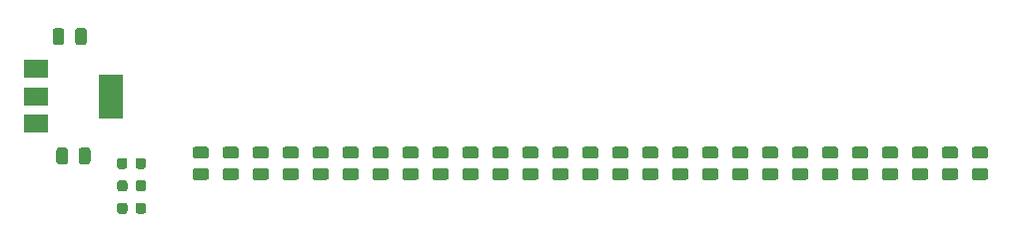
<source format=gbr>
%TF.GenerationSoftware,KiCad,Pcbnew,(5.1.7)-1*%
%TF.CreationDate,2021-02-10T19:53:02+00:00*%
%TF.ProjectId,SCSI to SCA MK5.1,53435349-2074-46f2-9053-4341204d4b35,rev?*%
%TF.SameCoordinates,Original*%
%TF.FileFunction,Paste,Top*%
%TF.FilePolarity,Positive*%
%FSLAX46Y46*%
G04 Gerber Fmt 4.6, Leading zero omitted, Abs format (unit mm)*
G04 Created by KiCad (PCBNEW (5.1.7)-1) date 2021-02-10 19:53:02*
%MOMM*%
%LPD*%
G01*
G04 APERTURE LIST*
%ADD10R,2.000000X1.500000*%
%ADD11R,2.000000X3.800000*%
G04 APERTURE END LIST*
D10*
%TO.C,U1*%
X32410000Y-124065000D03*
X32410000Y-128665000D03*
X32410000Y-126365000D03*
D11*
X38710000Y-126365000D03*
%TD*%
%TO.C,D3*%
G36*
G01*
X40837500Y-136146250D02*
X40837500Y-135633750D01*
G75*
G02*
X41056250Y-135415000I218750J0D01*
G01*
X41493750Y-135415000D01*
G75*
G02*
X41712500Y-135633750I0J-218750D01*
G01*
X41712500Y-136146250D01*
G75*
G02*
X41493750Y-136365000I-218750J0D01*
G01*
X41056250Y-136365000D01*
G75*
G02*
X40837500Y-136146250I0J218750D01*
G01*
G37*
G36*
G01*
X39262500Y-136146250D02*
X39262500Y-135633750D01*
G75*
G02*
X39481250Y-135415000I218750J0D01*
G01*
X39918750Y-135415000D01*
G75*
G02*
X40137500Y-135633750I0J-218750D01*
G01*
X40137500Y-136146250D01*
G75*
G02*
X39918750Y-136365000I-218750J0D01*
G01*
X39481250Y-136365000D01*
G75*
G02*
X39262500Y-136146250I0J218750D01*
G01*
G37*
%TD*%
%TO.C,R32*%
G36*
G01*
X45904998Y-132480000D02*
X46805002Y-132480000D01*
G75*
G02*
X47055000Y-132729998I0J-249998D01*
G01*
X47055000Y-133255002D01*
G75*
G02*
X46805002Y-133505000I-249998J0D01*
G01*
X45904998Y-133505000D01*
G75*
G02*
X45655000Y-133255002I0J249998D01*
G01*
X45655000Y-132729998D01*
G75*
G02*
X45904998Y-132480000I249998J0D01*
G01*
G37*
G36*
G01*
X45904998Y-130655000D02*
X46805002Y-130655000D01*
G75*
G02*
X47055000Y-130904998I0J-249998D01*
G01*
X47055000Y-131430002D01*
G75*
G02*
X46805002Y-131680000I-249998J0D01*
G01*
X45904998Y-131680000D01*
G75*
G02*
X45655000Y-131430002I0J249998D01*
G01*
X45655000Y-130904998D01*
G75*
G02*
X45904998Y-130655000I249998J0D01*
G01*
G37*
%TD*%
%TO.C,R31*%
G36*
G01*
X48444998Y-132480000D02*
X49345002Y-132480000D01*
G75*
G02*
X49595000Y-132729998I0J-249998D01*
G01*
X49595000Y-133255002D01*
G75*
G02*
X49345002Y-133505000I-249998J0D01*
G01*
X48444998Y-133505000D01*
G75*
G02*
X48195000Y-133255002I0J249998D01*
G01*
X48195000Y-132729998D01*
G75*
G02*
X48444998Y-132480000I249998J0D01*
G01*
G37*
G36*
G01*
X48444998Y-130655000D02*
X49345002Y-130655000D01*
G75*
G02*
X49595000Y-130904998I0J-249998D01*
G01*
X49595000Y-131430002D01*
G75*
G02*
X49345002Y-131680000I-249998J0D01*
G01*
X48444998Y-131680000D01*
G75*
G02*
X48195000Y-131430002I0J249998D01*
G01*
X48195000Y-130904998D01*
G75*
G02*
X48444998Y-130655000I249998J0D01*
G01*
G37*
%TD*%
%TO.C,R30*%
G36*
G01*
X50984998Y-132480000D02*
X51885002Y-132480000D01*
G75*
G02*
X52135000Y-132729998I0J-249998D01*
G01*
X52135000Y-133255002D01*
G75*
G02*
X51885002Y-133505000I-249998J0D01*
G01*
X50984998Y-133505000D01*
G75*
G02*
X50735000Y-133255002I0J249998D01*
G01*
X50735000Y-132729998D01*
G75*
G02*
X50984998Y-132480000I249998J0D01*
G01*
G37*
G36*
G01*
X50984998Y-130655000D02*
X51885002Y-130655000D01*
G75*
G02*
X52135000Y-130904998I0J-249998D01*
G01*
X52135000Y-131430002D01*
G75*
G02*
X51885002Y-131680000I-249998J0D01*
G01*
X50984998Y-131680000D01*
G75*
G02*
X50735000Y-131430002I0J249998D01*
G01*
X50735000Y-130904998D01*
G75*
G02*
X50984998Y-130655000I249998J0D01*
G01*
G37*
%TD*%
%TO.C,R29*%
G36*
G01*
X53524998Y-132480000D02*
X54425002Y-132480000D01*
G75*
G02*
X54675000Y-132729998I0J-249998D01*
G01*
X54675000Y-133255002D01*
G75*
G02*
X54425002Y-133505000I-249998J0D01*
G01*
X53524998Y-133505000D01*
G75*
G02*
X53275000Y-133255002I0J249998D01*
G01*
X53275000Y-132729998D01*
G75*
G02*
X53524998Y-132480000I249998J0D01*
G01*
G37*
G36*
G01*
X53524998Y-130655000D02*
X54425002Y-130655000D01*
G75*
G02*
X54675000Y-130904998I0J-249998D01*
G01*
X54675000Y-131430002D01*
G75*
G02*
X54425002Y-131680000I-249998J0D01*
G01*
X53524998Y-131680000D01*
G75*
G02*
X53275000Y-131430002I0J249998D01*
G01*
X53275000Y-130904998D01*
G75*
G02*
X53524998Y-130655000I249998J0D01*
G01*
G37*
%TD*%
%TO.C,R28*%
G36*
G01*
X56064998Y-132480000D02*
X56965002Y-132480000D01*
G75*
G02*
X57215000Y-132729998I0J-249998D01*
G01*
X57215000Y-133255002D01*
G75*
G02*
X56965002Y-133505000I-249998J0D01*
G01*
X56064998Y-133505000D01*
G75*
G02*
X55815000Y-133255002I0J249998D01*
G01*
X55815000Y-132729998D01*
G75*
G02*
X56064998Y-132480000I249998J0D01*
G01*
G37*
G36*
G01*
X56064998Y-130655000D02*
X56965002Y-130655000D01*
G75*
G02*
X57215000Y-130904998I0J-249998D01*
G01*
X57215000Y-131430002D01*
G75*
G02*
X56965002Y-131680000I-249998J0D01*
G01*
X56064998Y-131680000D01*
G75*
G02*
X55815000Y-131430002I0J249998D01*
G01*
X55815000Y-130904998D01*
G75*
G02*
X56064998Y-130655000I249998J0D01*
G01*
G37*
%TD*%
%TO.C,R27*%
G36*
G01*
X58604998Y-132480000D02*
X59505002Y-132480000D01*
G75*
G02*
X59755000Y-132729998I0J-249998D01*
G01*
X59755000Y-133255002D01*
G75*
G02*
X59505002Y-133505000I-249998J0D01*
G01*
X58604998Y-133505000D01*
G75*
G02*
X58355000Y-133255002I0J249998D01*
G01*
X58355000Y-132729998D01*
G75*
G02*
X58604998Y-132480000I249998J0D01*
G01*
G37*
G36*
G01*
X58604998Y-130655000D02*
X59505002Y-130655000D01*
G75*
G02*
X59755000Y-130904998I0J-249998D01*
G01*
X59755000Y-131430002D01*
G75*
G02*
X59505002Y-131680000I-249998J0D01*
G01*
X58604998Y-131680000D01*
G75*
G02*
X58355000Y-131430002I0J249998D01*
G01*
X58355000Y-130904998D01*
G75*
G02*
X58604998Y-130655000I249998J0D01*
G01*
G37*
%TD*%
%TO.C,R26*%
G36*
G01*
X61144998Y-132480000D02*
X62045002Y-132480000D01*
G75*
G02*
X62295000Y-132729998I0J-249998D01*
G01*
X62295000Y-133255002D01*
G75*
G02*
X62045002Y-133505000I-249998J0D01*
G01*
X61144998Y-133505000D01*
G75*
G02*
X60895000Y-133255002I0J249998D01*
G01*
X60895000Y-132729998D01*
G75*
G02*
X61144998Y-132480000I249998J0D01*
G01*
G37*
G36*
G01*
X61144998Y-130655000D02*
X62045002Y-130655000D01*
G75*
G02*
X62295000Y-130904998I0J-249998D01*
G01*
X62295000Y-131430002D01*
G75*
G02*
X62045002Y-131680000I-249998J0D01*
G01*
X61144998Y-131680000D01*
G75*
G02*
X60895000Y-131430002I0J249998D01*
G01*
X60895000Y-130904998D01*
G75*
G02*
X61144998Y-130655000I249998J0D01*
G01*
G37*
%TD*%
%TO.C,R25*%
G36*
G01*
X63684998Y-132480000D02*
X64585002Y-132480000D01*
G75*
G02*
X64835000Y-132729998I0J-249998D01*
G01*
X64835000Y-133255002D01*
G75*
G02*
X64585002Y-133505000I-249998J0D01*
G01*
X63684998Y-133505000D01*
G75*
G02*
X63435000Y-133255002I0J249998D01*
G01*
X63435000Y-132729998D01*
G75*
G02*
X63684998Y-132480000I249998J0D01*
G01*
G37*
G36*
G01*
X63684998Y-130655000D02*
X64585002Y-130655000D01*
G75*
G02*
X64835000Y-130904998I0J-249998D01*
G01*
X64835000Y-131430002D01*
G75*
G02*
X64585002Y-131680000I-249998J0D01*
G01*
X63684998Y-131680000D01*
G75*
G02*
X63435000Y-131430002I0J249998D01*
G01*
X63435000Y-130904998D01*
G75*
G02*
X63684998Y-130655000I249998J0D01*
G01*
G37*
%TD*%
%TO.C,R24*%
G36*
G01*
X68764998Y-132480000D02*
X69665002Y-132480000D01*
G75*
G02*
X69915000Y-132729998I0J-249998D01*
G01*
X69915000Y-133255002D01*
G75*
G02*
X69665002Y-133505000I-249998J0D01*
G01*
X68764998Y-133505000D01*
G75*
G02*
X68515000Y-133255002I0J249998D01*
G01*
X68515000Y-132729998D01*
G75*
G02*
X68764998Y-132480000I249998J0D01*
G01*
G37*
G36*
G01*
X68764998Y-130655000D02*
X69665002Y-130655000D01*
G75*
G02*
X69915000Y-130904998I0J-249998D01*
G01*
X69915000Y-131430002D01*
G75*
G02*
X69665002Y-131680000I-249998J0D01*
G01*
X68764998Y-131680000D01*
G75*
G02*
X68515000Y-131430002I0J249998D01*
G01*
X68515000Y-130904998D01*
G75*
G02*
X68764998Y-130655000I249998J0D01*
G01*
G37*
%TD*%
%TO.C,R23*%
G36*
G01*
X86544998Y-132480000D02*
X87445002Y-132480000D01*
G75*
G02*
X87695000Y-132729998I0J-249998D01*
G01*
X87695000Y-133255002D01*
G75*
G02*
X87445002Y-133505000I-249998J0D01*
G01*
X86544998Y-133505000D01*
G75*
G02*
X86295000Y-133255002I0J249998D01*
G01*
X86295000Y-132729998D01*
G75*
G02*
X86544998Y-132480000I249998J0D01*
G01*
G37*
G36*
G01*
X86544998Y-130655000D02*
X87445002Y-130655000D01*
G75*
G02*
X87695000Y-130904998I0J-249998D01*
G01*
X87695000Y-131430002D01*
G75*
G02*
X87445002Y-131680000I-249998J0D01*
G01*
X86544998Y-131680000D01*
G75*
G02*
X86295000Y-131430002I0J249998D01*
G01*
X86295000Y-130904998D01*
G75*
G02*
X86544998Y-130655000I249998J0D01*
G01*
G37*
%TD*%
%TO.C,R22*%
G36*
G01*
X78924998Y-132480000D02*
X79825002Y-132480000D01*
G75*
G02*
X80075000Y-132729998I0J-249998D01*
G01*
X80075000Y-133255002D01*
G75*
G02*
X79825002Y-133505000I-249998J0D01*
G01*
X78924998Y-133505000D01*
G75*
G02*
X78675000Y-133255002I0J249998D01*
G01*
X78675000Y-132729998D01*
G75*
G02*
X78924998Y-132480000I249998J0D01*
G01*
G37*
G36*
G01*
X78924998Y-130655000D02*
X79825002Y-130655000D01*
G75*
G02*
X80075000Y-130904998I0J-249998D01*
G01*
X80075000Y-131430002D01*
G75*
G02*
X79825002Y-131680000I-249998J0D01*
G01*
X78924998Y-131680000D01*
G75*
G02*
X78675000Y-131430002I0J249998D01*
G01*
X78675000Y-130904998D01*
G75*
G02*
X78924998Y-130655000I249998J0D01*
G01*
G37*
%TD*%
%TO.C,R21*%
G36*
G01*
X81464998Y-132480000D02*
X82365002Y-132480000D01*
G75*
G02*
X82615000Y-132729998I0J-249998D01*
G01*
X82615000Y-133255002D01*
G75*
G02*
X82365002Y-133505000I-249998J0D01*
G01*
X81464998Y-133505000D01*
G75*
G02*
X81215000Y-133255002I0J249998D01*
G01*
X81215000Y-132729998D01*
G75*
G02*
X81464998Y-132480000I249998J0D01*
G01*
G37*
G36*
G01*
X81464998Y-130655000D02*
X82365002Y-130655000D01*
G75*
G02*
X82615000Y-130904998I0J-249998D01*
G01*
X82615000Y-131430002D01*
G75*
G02*
X82365002Y-131680000I-249998J0D01*
G01*
X81464998Y-131680000D01*
G75*
G02*
X81215000Y-131430002I0J249998D01*
G01*
X81215000Y-130904998D01*
G75*
G02*
X81464998Y-130655000I249998J0D01*
G01*
G37*
%TD*%
%TO.C,R20*%
G36*
G01*
X84004998Y-132480000D02*
X84905002Y-132480000D01*
G75*
G02*
X85155000Y-132729998I0J-249998D01*
G01*
X85155000Y-133255002D01*
G75*
G02*
X84905002Y-133505000I-249998J0D01*
G01*
X84004998Y-133505000D01*
G75*
G02*
X83755000Y-133255002I0J249998D01*
G01*
X83755000Y-132729998D01*
G75*
G02*
X84004998Y-132480000I249998J0D01*
G01*
G37*
G36*
G01*
X84004998Y-130655000D02*
X84905002Y-130655000D01*
G75*
G02*
X85155000Y-130904998I0J-249998D01*
G01*
X85155000Y-131430002D01*
G75*
G02*
X84905002Y-131680000I-249998J0D01*
G01*
X84004998Y-131680000D01*
G75*
G02*
X83755000Y-131430002I0J249998D01*
G01*
X83755000Y-130904998D01*
G75*
G02*
X84004998Y-130655000I249998J0D01*
G01*
G37*
%TD*%
%TO.C,R19*%
G36*
G01*
X109404998Y-132480000D02*
X110305002Y-132480000D01*
G75*
G02*
X110555000Y-132729998I0J-249998D01*
G01*
X110555000Y-133255002D01*
G75*
G02*
X110305002Y-133505000I-249998J0D01*
G01*
X109404998Y-133505000D01*
G75*
G02*
X109155000Y-133255002I0J249998D01*
G01*
X109155000Y-132729998D01*
G75*
G02*
X109404998Y-132480000I249998J0D01*
G01*
G37*
G36*
G01*
X109404998Y-130655000D02*
X110305002Y-130655000D01*
G75*
G02*
X110555000Y-130904998I0J-249998D01*
G01*
X110555000Y-131430002D01*
G75*
G02*
X110305002Y-131680000I-249998J0D01*
G01*
X109404998Y-131680000D01*
G75*
G02*
X109155000Y-131430002I0J249998D01*
G01*
X109155000Y-130904998D01*
G75*
G02*
X109404998Y-130655000I249998J0D01*
G01*
G37*
%TD*%
%TO.C,R18*%
G36*
G01*
X111944998Y-132480000D02*
X112845002Y-132480000D01*
G75*
G02*
X113095000Y-132729998I0J-249998D01*
G01*
X113095000Y-133255002D01*
G75*
G02*
X112845002Y-133505000I-249998J0D01*
G01*
X111944998Y-133505000D01*
G75*
G02*
X111695000Y-133255002I0J249998D01*
G01*
X111695000Y-132729998D01*
G75*
G02*
X111944998Y-132480000I249998J0D01*
G01*
G37*
G36*
G01*
X111944998Y-130655000D02*
X112845002Y-130655000D01*
G75*
G02*
X113095000Y-130904998I0J-249998D01*
G01*
X113095000Y-131430002D01*
G75*
G02*
X112845002Y-131680000I-249998J0D01*
G01*
X111944998Y-131680000D01*
G75*
G02*
X111695000Y-131430002I0J249998D01*
G01*
X111695000Y-130904998D01*
G75*
G02*
X111944998Y-130655000I249998J0D01*
G01*
G37*
%TD*%
%TO.C,R17*%
G36*
G01*
X66224998Y-132480000D02*
X67125002Y-132480000D01*
G75*
G02*
X67375000Y-132729998I0J-249998D01*
G01*
X67375000Y-133255002D01*
G75*
G02*
X67125002Y-133505000I-249998J0D01*
G01*
X66224998Y-133505000D01*
G75*
G02*
X65975000Y-133255002I0J249998D01*
G01*
X65975000Y-132729998D01*
G75*
G02*
X66224998Y-132480000I249998J0D01*
G01*
G37*
G36*
G01*
X66224998Y-130655000D02*
X67125002Y-130655000D01*
G75*
G02*
X67375000Y-130904998I0J-249998D01*
G01*
X67375000Y-131430002D01*
G75*
G02*
X67125002Y-131680000I-249998J0D01*
G01*
X66224998Y-131680000D01*
G75*
G02*
X65975000Y-131430002I0J249998D01*
G01*
X65975000Y-130904998D01*
G75*
G02*
X66224998Y-130655000I249998J0D01*
G01*
G37*
%TD*%
%TO.C,R16*%
G36*
G01*
X71304998Y-132480000D02*
X72205002Y-132480000D01*
G75*
G02*
X72455000Y-132729998I0J-249998D01*
G01*
X72455000Y-133255002D01*
G75*
G02*
X72205002Y-133505000I-249998J0D01*
G01*
X71304998Y-133505000D01*
G75*
G02*
X71055000Y-133255002I0J249998D01*
G01*
X71055000Y-132729998D01*
G75*
G02*
X71304998Y-132480000I249998J0D01*
G01*
G37*
G36*
G01*
X71304998Y-130655000D02*
X72205002Y-130655000D01*
G75*
G02*
X72455000Y-130904998I0J-249998D01*
G01*
X72455000Y-131430002D01*
G75*
G02*
X72205002Y-131680000I-249998J0D01*
G01*
X71304998Y-131680000D01*
G75*
G02*
X71055000Y-131430002I0J249998D01*
G01*
X71055000Y-130904998D01*
G75*
G02*
X71304998Y-130655000I249998J0D01*
G01*
G37*
%TD*%
%TO.C,R15*%
G36*
G01*
X73844998Y-132480000D02*
X74745002Y-132480000D01*
G75*
G02*
X74995000Y-132729998I0J-249998D01*
G01*
X74995000Y-133255002D01*
G75*
G02*
X74745002Y-133505000I-249998J0D01*
G01*
X73844998Y-133505000D01*
G75*
G02*
X73595000Y-133255002I0J249998D01*
G01*
X73595000Y-132729998D01*
G75*
G02*
X73844998Y-132480000I249998J0D01*
G01*
G37*
G36*
G01*
X73844998Y-130655000D02*
X74745002Y-130655000D01*
G75*
G02*
X74995000Y-130904998I0J-249998D01*
G01*
X74995000Y-131430002D01*
G75*
G02*
X74745002Y-131680000I-249998J0D01*
G01*
X73844998Y-131680000D01*
G75*
G02*
X73595000Y-131430002I0J249998D01*
G01*
X73595000Y-130904998D01*
G75*
G02*
X73844998Y-130655000I249998J0D01*
G01*
G37*
%TD*%
%TO.C,R14*%
G36*
G01*
X76384998Y-132480000D02*
X77285002Y-132480000D01*
G75*
G02*
X77535000Y-132729998I0J-249998D01*
G01*
X77535000Y-133255002D01*
G75*
G02*
X77285002Y-133505000I-249998J0D01*
G01*
X76384998Y-133505000D01*
G75*
G02*
X76135000Y-133255002I0J249998D01*
G01*
X76135000Y-132729998D01*
G75*
G02*
X76384998Y-132480000I249998J0D01*
G01*
G37*
G36*
G01*
X76384998Y-130655000D02*
X77285002Y-130655000D01*
G75*
G02*
X77535000Y-130904998I0J-249998D01*
G01*
X77535000Y-131430002D01*
G75*
G02*
X77285002Y-131680000I-249998J0D01*
G01*
X76384998Y-131680000D01*
G75*
G02*
X76135000Y-131430002I0J249998D01*
G01*
X76135000Y-130904998D01*
G75*
G02*
X76384998Y-130655000I249998J0D01*
G01*
G37*
%TD*%
%TO.C,R13*%
G36*
G01*
X89084998Y-132480000D02*
X89985002Y-132480000D01*
G75*
G02*
X90235000Y-132729998I0J-249998D01*
G01*
X90235000Y-133255002D01*
G75*
G02*
X89985002Y-133505000I-249998J0D01*
G01*
X89084998Y-133505000D01*
G75*
G02*
X88835000Y-133255002I0J249998D01*
G01*
X88835000Y-132729998D01*
G75*
G02*
X89084998Y-132480000I249998J0D01*
G01*
G37*
G36*
G01*
X89084998Y-130655000D02*
X89985002Y-130655000D01*
G75*
G02*
X90235000Y-130904998I0J-249998D01*
G01*
X90235000Y-131430002D01*
G75*
G02*
X89985002Y-131680000I-249998J0D01*
G01*
X89084998Y-131680000D01*
G75*
G02*
X88835000Y-131430002I0J249998D01*
G01*
X88835000Y-130904998D01*
G75*
G02*
X89084998Y-130655000I249998J0D01*
G01*
G37*
%TD*%
%TO.C,R12*%
G36*
G01*
X91624998Y-132480000D02*
X92525002Y-132480000D01*
G75*
G02*
X92775000Y-132729998I0J-249998D01*
G01*
X92775000Y-133255002D01*
G75*
G02*
X92525002Y-133505000I-249998J0D01*
G01*
X91624998Y-133505000D01*
G75*
G02*
X91375000Y-133255002I0J249998D01*
G01*
X91375000Y-132729998D01*
G75*
G02*
X91624998Y-132480000I249998J0D01*
G01*
G37*
G36*
G01*
X91624998Y-130655000D02*
X92525002Y-130655000D01*
G75*
G02*
X92775000Y-130904998I0J-249998D01*
G01*
X92775000Y-131430002D01*
G75*
G02*
X92525002Y-131680000I-249998J0D01*
G01*
X91624998Y-131680000D01*
G75*
G02*
X91375000Y-131430002I0J249998D01*
G01*
X91375000Y-130904998D01*
G75*
G02*
X91624998Y-130655000I249998J0D01*
G01*
G37*
%TD*%
%TO.C,R11*%
G36*
G01*
X94164998Y-132480000D02*
X95065002Y-132480000D01*
G75*
G02*
X95315000Y-132729998I0J-249998D01*
G01*
X95315000Y-133255002D01*
G75*
G02*
X95065002Y-133505000I-249998J0D01*
G01*
X94164998Y-133505000D01*
G75*
G02*
X93915000Y-133255002I0J249998D01*
G01*
X93915000Y-132729998D01*
G75*
G02*
X94164998Y-132480000I249998J0D01*
G01*
G37*
G36*
G01*
X94164998Y-130655000D02*
X95065002Y-130655000D01*
G75*
G02*
X95315000Y-130904998I0J-249998D01*
G01*
X95315000Y-131430002D01*
G75*
G02*
X95065002Y-131680000I-249998J0D01*
G01*
X94164998Y-131680000D01*
G75*
G02*
X93915000Y-131430002I0J249998D01*
G01*
X93915000Y-130904998D01*
G75*
G02*
X94164998Y-130655000I249998J0D01*
G01*
G37*
%TD*%
%TO.C,R10*%
G36*
G01*
X96704998Y-132480000D02*
X97605002Y-132480000D01*
G75*
G02*
X97855000Y-132729998I0J-249998D01*
G01*
X97855000Y-133255002D01*
G75*
G02*
X97605002Y-133505000I-249998J0D01*
G01*
X96704998Y-133505000D01*
G75*
G02*
X96455000Y-133255002I0J249998D01*
G01*
X96455000Y-132729998D01*
G75*
G02*
X96704998Y-132480000I249998J0D01*
G01*
G37*
G36*
G01*
X96704998Y-130655000D02*
X97605002Y-130655000D01*
G75*
G02*
X97855000Y-130904998I0J-249998D01*
G01*
X97855000Y-131430002D01*
G75*
G02*
X97605002Y-131680000I-249998J0D01*
G01*
X96704998Y-131680000D01*
G75*
G02*
X96455000Y-131430002I0J249998D01*
G01*
X96455000Y-130904998D01*
G75*
G02*
X96704998Y-130655000I249998J0D01*
G01*
G37*
%TD*%
%TO.C,R9*%
G36*
G01*
X99244998Y-132480000D02*
X100145002Y-132480000D01*
G75*
G02*
X100395000Y-132729998I0J-249998D01*
G01*
X100395000Y-133255002D01*
G75*
G02*
X100145002Y-133505000I-249998J0D01*
G01*
X99244998Y-133505000D01*
G75*
G02*
X98995000Y-133255002I0J249998D01*
G01*
X98995000Y-132729998D01*
G75*
G02*
X99244998Y-132480000I249998J0D01*
G01*
G37*
G36*
G01*
X99244998Y-130655000D02*
X100145002Y-130655000D01*
G75*
G02*
X100395000Y-130904998I0J-249998D01*
G01*
X100395000Y-131430002D01*
G75*
G02*
X100145002Y-131680000I-249998J0D01*
G01*
X99244998Y-131680000D01*
G75*
G02*
X98995000Y-131430002I0J249998D01*
G01*
X98995000Y-130904998D01*
G75*
G02*
X99244998Y-130655000I249998J0D01*
G01*
G37*
%TD*%
%TO.C,R8*%
G36*
G01*
X101784998Y-132480000D02*
X102685002Y-132480000D01*
G75*
G02*
X102935000Y-132729998I0J-249998D01*
G01*
X102935000Y-133255002D01*
G75*
G02*
X102685002Y-133505000I-249998J0D01*
G01*
X101784998Y-133505000D01*
G75*
G02*
X101535000Y-133255002I0J249998D01*
G01*
X101535000Y-132729998D01*
G75*
G02*
X101784998Y-132480000I249998J0D01*
G01*
G37*
G36*
G01*
X101784998Y-130655000D02*
X102685002Y-130655000D01*
G75*
G02*
X102935000Y-130904998I0J-249998D01*
G01*
X102935000Y-131430002D01*
G75*
G02*
X102685002Y-131680000I-249998J0D01*
G01*
X101784998Y-131680000D01*
G75*
G02*
X101535000Y-131430002I0J249998D01*
G01*
X101535000Y-130904998D01*
G75*
G02*
X101784998Y-130655000I249998J0D01*
G01*
G37*
%TD*%
%TO.C,R7*%
G36*
G01*
X104324998Y-132480000D02*
X105225002Y-132480000D01*
G75*
G02*
X105475000Y-132729998I0J-249998D01*
G01*
X105475000Y-133255002D01*
G75*
G02*
X105225002Y-133505000I-249998J0D01*
G01*
X104324998Y-133505000D01*
G75*
G02*
X104075000Y-133255002I0J249998D01*
G01*
X104075000Y-132729998D01*
G75*
G02*
X104324998Y-132480000I249998J0D01*
G01*
G37*
G36*
G01*
X104324998Y-130655000D02*
X105225002Y-130655000D01*
G75*
G02*
X105475000Y-130904998I0J-249998D01*
G01*
X105475000Y-131430002D01*
G75*
G02*
X105225002Y-131680000I-249998J0D01*
G01*
X104324998Y-131680000D01*
G75*
G02*
X104075000Y-131430002I0J249998D01*
G01*
X104075000Y-130904998D01*
G75*
G02*
X104324998Y-130655000I249998J0D01*
G01*
G37*
%TD*%
%TO.C,R6*%
G36*
G01*
X106864998Y-132480000D02*
X107765002Y-132480000D01*
G75*
G02*
X108015000Y-132729998I0J-249998D01*
G01*
X108015000Y-133255002D01*
G75*
G02*
X107765002Y-133505000I-249998J0D01*
G01*
X106864998Y-133505000D01*
G75*
G02*
X106615000Y-133255002I0J249998D01*
G01*
X106615000Y-132729998D01*
G75*
G02*
X106864998Y-132480000I249998J0D01*
G01*
G37*
G36*
G01*
X106864998Y-130655000D02*
X107765002Y-130655000D01*
G75*
G02*
X108015000Y-130904998I0J-249998D01*
G01*
X108015000Y-131430002D01*
G75*
G02*
X107765002Y-131680000I-249998J0D01*
G01*
X106864998Y-131680000D01*
G75*
G02*
X106615000Y-131430002I0J249998D01*
G01*
X106615000Y-130904998D01*
G75*
G02*
X106864998Y-130655000I249998J0D01*
G01*
G37*
%TD*%
%TO.C,D2*%
G36*
G01*
X40837500Y-134241250D02*
X40837500Y-133728750D01*
G75*
G02*
X41056250Y-133510000I218750J0D01*
G01*
X41493750Y-133510000D01*
G75*
G02*
X41712500Y-133728750I0J-218750D01*
G01*
X41712500Y-134241250D01*
G75*
G02*
X41493750Y-134460000I-218750J0D01*
G01*
X41056250Y-134460000D01*
G75*
G02*
X40837500Y-134241250I0J218750D01*
G01*
G37*
G36*
G01*
X39262500Y-134241250D02*
X39262500Y-133728750D01*
G75*
G02*
X39481250Y-133510000I218750J0D01*
G01*
X39918750Y-133510000D01*
G75*
G02*
X40137500Y-133728750I0J-218750D01*
G01*
X40137500Y-134241250D01*
G75*
G02*
X39918750Y-134460000I-218750J0D01*
G01*
X39481250Y-134460000D01*
G75*
G02*
X39262500Y-134241250I0J218750D01*
G01*
G37*
%TD*%
%TO.C,D1*%
G36*
G01*
X40125000Y-131823750D02*
X40125000Y-132336250D01*
G75*
G02*
X39906250Y-132555000I-218750J0D01*
G01*
X39468750Y-132555000D01*
G75*
G02*
X39250000Y-132336250I0J218750D01*
G01*
X39250000Y-131823750D01*
G75*
G02*
X39468750Y-131605000I218750J0D01*
G01*
X39906250Y-131605000D01*
G75*
G02*
X40125000Y-131823750I0J-218750D01*
G01*
G37*
G36*
G01*
X41700000Y-131823750D02*
X41700000Y-132336250D01*
G75*
G02*
X41481250Y-132555000I-218750J0D01*
G01*
X41043750Y-132555000D01*
G75*
G02*
X40825000Y-132336250I0J218750D01*
G01*
X40825000Y-131823750D01*
G75*
G02*
X41043750Y-131605000I218750J0D01*
G01*
X41481250Y-131605000D01*
G75*
G02*
X41700000Y-131823750I0J-218750D01*
G01*
G37*
%TD*%
%TO.C,C2*%
G36*
G01*
X34795000Y-120810000D02*
X34795000Y-121760000D01*
G75*
G02*
X34545000Y-122010000I-250000J0D01*
G01*
X34045000Y-122010000D01*
G75*
G02*
X33795000Y-121760000I0J250000D01*
G01*
X33795000Y-120810000D01*
G75*
G02*
X34045000Y-120560000I250000J0D01*
G01*
X34545000Y-120560000D01*
G75*
G02*
X34795000Y-120810000I0J-250000D01*
G01*
G37*
G36*
G01*
X36695000Y-120810000D02*
X36695000Y-121760000D01*
G75*
G02*
X36445000Y-122010000I-250000J0D01*
G01*
X35945000Y-122010000D01*
G75*
G02*
X35695000Y-121760000I0J250000D01*
G01*
X35695000Y-120810000D01*
G75*
G02*
X35945000Y-120560000I250000J0D01*
G01*
X36445000Y-120560000D01*
G75*
G02*
X36695000Y-120810000I0J-250000D01*
G01*
G37*
%TD*%
%TO.C,C1*%
G36*
G01*
X36010000Y-131920000D02*
X36010000Y-130970000D01*
G75*
G02*
X36260000Y-130720000I250000J0D01*
G01*
X36760000Y-130720000D01*
G75*
G02*
X37010000Y-130970000I0J-250000D01*
G01*
X37010000Y-131920000D01*
G75*
G02*
X36760000Y-132170000I-250000J0D01*
G01*
X36260000Y-132170000D01*
G75*
G02*
X36010000Y-131920000I0J250000D01*
G01*
G37*
G36*
G01*
X34110000Y-131920000D02*
X34110000Y-130970000D01*
G75*
G02*
X34360000Y-130720000I250000J0D01*
G01*
X34860000Y-130720000D01*
G75*
G02*
X35110000Y-130970000I0J-250000D01*
G01*
X35110000Y-131920000D01*
G75*
G02*
X34860000Y-132170000I-250000J0D01*
G01*
X34360000Y-132170000D01*
G75*
G02*
X34110000Y-131920000I0J250000D01*
G01*
G37*
%TD*%
M02*

</source>
